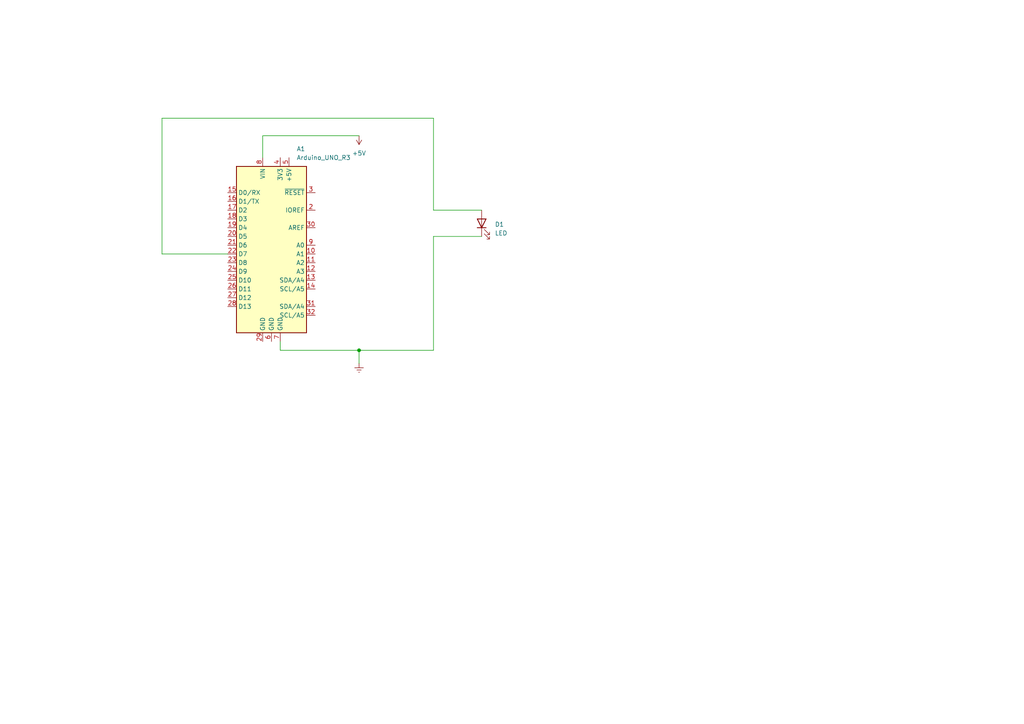
<source format=kicad_sch>
(kicad_sch (version 20230121) (generator eeschema)

  (uuid f8a80b44-4b22-4909-857b-8421f1707aaf)

  (paper "A4")

  (lib_symbols
    (symbol "Device:LED" (pin_numbers hide) (pin_names (offset 1.016) hide) (in_bom yes) (on_board yes)
      (property "Reference" "D" (at 0 2.54 0)
        (effects (font (size 1.27 1.27)))
      )
      (property "Value" "LED" (at 0 -2.54 0)
        (effects (font (size 1.27 1.27)))
      )
      (property "Footprint" "" (at 0 0 0)
        (effects (font (size 1.27 1.27)) hide)
      )
      (property "Datasheet" "~" (at 0 0 0)
        (effects (font (size 1.27 1.27)) hide)
      )
      (property "ki_keywords" "LED diode" (at 0 0 0)
        (effects (font (size 1.27 1.27)) hide)
      )
      (property "ki_description" "Light emitting diode" (at 0 0 0)
        (effects (font (size 1.27 1.27)) hide)
      )
      (property "ki_fp_filters" "LED* LED_SMD:* LED_THT:*" (at 0 0 0)
        (effects (font (size 1.27 1.27)) hide)
      )
      (symbol "LED_0_1"
        (polyline
          (pts
            (xy -1.27 -1.27)
            (xy -1.27 1.27)
          )
          (stroke (width 0.254) (type default))
          (fill (type none))
        )
        (polyline
          (pts
            (xy -1.27 0)
            (xy 1.27 0)
          )
          (stroke (width 0) (type default))
          (fill (type none))
        )
        (polyline
          (pts
            (xy 1.27 -1.27)
            (xy 1.27 1.27)
            (xy -1.27 0)
            (xy 1.27 -1.27)
          )
          (stroke (width 0.254) (type default))
          (fill (type none))
        )
        (polyline
          (pts
            (xy -3.048 -0.762)
            (xy -4.572 -2.286)
            (xy -3.81 -2.286)
            (xy -4.572 -2.286)
            (xy -4.572 -1.524)
          )
          (stroke (width 0) (type default))
          (fill (type none))
        )
        (polyline
          (pts
            (xy -1.778 -0.762)
            (xy -3.302 -2.286)
            (xy -2.54 -2.286)
            (xy -3.302 -2.286)
            (xy -3.302 -1.524)
          )
          (stroke (width 0) (type default))
          (fill (type none))
        )
      )
      (symbol "LED_1_1"
        (pin passive line (at -3.81 0 0) (length 2.54)
          (name "K" (effects (font (size 1.27 1.27))))
          (number "1" (effects (font (size 1.27 1.27))))
        )
        (pin passive line (at 3.81 0 180) (length 2.54)
          (name "A" (effects (font (size 1.27 1.27))))
          (number "2" (effects (font (size 1.27 1.27))))
        )
      )
    )
    (symbol "MCU_Module:Arduino_UNO_R3" (in_bom yes) (on_board yes)
      (property "Reference" "A" (at -10.16 23.495 0)
        (effects (font (size 1.27 1.27)) (justify left bottom))
      )
      (property "Value" "Arduino_UNO_R3" (at 5.08 -26.67 0)
        (effects (font (size 1.27 1.27)) (justify left top))
      )
      (property "Footprint" "Module:Arduino_UNO_R3" (at 0 0 0)
        (effects (font (size 1.27 1.27) italic) hide)
      )
      (property "Datasheet" "https://www.arduino.cc/en/Main/arduinoBoardUno" (at 0 0 0)
        (effects (font (size 1.27 1.27)) hide)
      )
      (property "ki_keywords" "Arduino UNO R3 Microcontroller Module Atmel AVR USB" (at 0 0 0)
        (effects (font (size 1.27 1.27)) hide)
      )
      (property "ki_description" "Arduino UNO Microcontroller Module, release 3" (at 0 0 0)
        (effects (font (size 1.27 1.27)) hide)
      )
      (property "ki_fp_filters" "Arduino*UNO*R3*" (at 0 0 0)
        (effects (font (size 1.27 1.27)) hide)
      )
      (symbol "Arduino_UNO_R3_0_1"
        (rectangle (start -10.16 22.86) (end 10.16 -25.4)
          (stroke (width 0.254) (type default))
          (fill (type background))
        )
      )
      (symbol "Arduino_UNO_R3_1_1"
        (pin no_connect line (at -10.16 -20.32 0) (length 2.54) hide
          (name "NC" (effects (font (size 1.27 1.27))))
          (number "1" (effects (font (size 1.27 1.27))))
        )
        (pin bidirectional line (at 12.7 -2.54 180) (length 2.54)
          (name "A1" (effects (font (size 1.27 1.27))))
          (number "10" (effects (font (size 1.27 1.27))))
        )
        (pin bidirectional line (at 12.7 -5.08 180) (length 2.54)
          (name "A2" (effects (font (size 1.27 1.27))))
          (number "11" (effects (font (size 1.27 1.27))))
        )
        (pin bidirectional line (at 12.7 -7.62 180) (length 2.54)
          (name "A3" (effects (font (size 1.27 1.27))))
          (number "12" (effects (font (size 1.27 1.27))))
        )
        (pin bidirectional line (at 12.7 -10.16 180) (length 2.54)
          (name "SDA/A4" (effects (font (size 1.27 1.27))))
          (number "13" (effects (font (size 1.27 1.27))))
        )
        (pin bidirectional line (at 12.7 -12.7 180) (length 2.54)
          (name "SCL/A5" (effects (font (size 1.27 1.27))))
          (number "14" (effects (font (size 1.27 1.27))))
        )
        (pin bidirectional line (at -12.7 15.24 0) (length 2.54)
          (name "D0/RX" (effects (font (size 1.27 1.27))))
          (number "15" (effects (font (size 1.27 1.27))))
        )
        (pin bidirectional line (at -12.7 12.7 0) (length 2.54)
          (name "D1/TX" (effects (font (size 1.27 1.27))))
          (number "16" (effects (font (size 1.27 1.27))))
        )
        (pin bidirectional line (at -12.7 10.16 0) (length 2.54)
          (name "D2" (effects (font (size 1.27 1.27))))
          (number "17" (effects (font (size 1.27 1.27))))
        )
        (pin bidirectional line (at -12.7 7.62 0) (length 2.54)
          (name "D3" (effects (font (size 1.27 1.27))))
          (number "18" (effects (font (size 1.27 1.27))))
        )
        (pin bidirectional line (at -12.7 5.08 0) (length 2.54)
          (name "D4" (effects (font (size 1.27 1.27))))
          (number "19" (effects (font (size 1.27 1.27))))
        )
        (pin output line (at 12.7 10.16 180) (length 2.54)
          (name "IOREF" (effects (font (size 1.27 1.27))))
          (number "2" (effects (font (size 1.27 1.27))))
        )
        (pin bidirectional line (at -12.7 2.54 0) (length 2.54)
          (name "D5" (effects (font (size 1.27 1.27))))
          (number "20" (effects (font (size 1.27 1.27))))
        )
        (pin bidirectional line (at -12.7 0 0) (length 2.54)
          (name "D6" (effects (font (size 1.27 1.27))))
          (number "21" (effects (font (size 1.27 1.27))))
        )
        (pin bidirectional line (at -12.7 -2.54 0) (length 2.54)
          (name "D7" (effects (font (size 1.27 1.27))))
          (number "22" (effects (font (size 1.27 1.27))))
        )
        (pin bidirectional line (at -12.7 -5.08 0) (length 2.54)
          (name "D8" (effects (font (size 1.27 1.27))))
          (number "23" (effects (font (size 1.27 1.27))))
        )
        (pin bidirectional line (at -12.7 -7.62 0) (length 2.54)
          (name "D9" (effects (font (size 1.27 1.27))))
          (number "24" (effects (font (size 1.27 1.27))))
        )
        (pin bidirectional line (at -12.7 -10.16 0) (length 2.54)
          (name "D10" (effects (font (size 1.27 1.27))))
          (number "25" (effects (font (size 1.27 1.27))))
        )
        (pin bidirectional line (at -12.7 -12.7 0) (length 2.54)
          (name "D11" (effects (font (size 1.27 1.27))))
          (number "26" (effects (font (size 1.27 1.27))))
        )
        (pin bidirectional line (at -12.7 -15.24 0) (length 2.54)
          (name "D12" (effects (font (size 1.27 1.27))))
          (number "27" (effects (font (size 1.27 1.27))))
        )
        (pin bidirectional line (at -12.7 -17.78 0) (length 2.54)
          (name "D13" (effects (font (size 1.27 1.27))))
          (number "28" (effects (font (size 1.27 1.27))))
        )
        (pin power_in line (at -2.54 -27.94 90) (length 2.54)
          (name "GND" (effects (font (size 1.27 1.27))))
          (number "29" (effects (font (size 1.27 1.27))))
        )
        (pin input line (at 12.7 15.24 180) (length 2.54)
          (name "~{RESET}" (effects (font (size 1.27 1.27))))
          (number "3" (effects (font (size 1.27 1.27))))
        )
        (pin input line (at 12.7 5.08 180) (length 2.54)
          (name "AREF" (effects (font (size 1.27 1.27))))
          (number "30" (effects (font (size 1.27 1.27))))
        )
        (pin bidirectional line (at 12.7 -17.78 180) (length 2.54)
          (name "SDA/A4" (effects (font (size 1.27 1.27))))
          (number "31" (effects (font (size 1.27 1.27))))
        )
        (pin bidirectional line (at 12.7 -20.32 180) (length 2.54)
          (name "SCL/A5" (effects (font (size 1.27 1.27))))
          (number "32" (effects (font (size 1.27 1.27))))
        )
        (pin power_out line (at 2.54 25.4 270) (length 2.54)
          (name "3V3" (effects (font (size 1.27 1.27))))
          (number "4" (effects (font (size 1.27 1.27))))
        )
        (pin power_out line (at 5.08 25.4 270) (length 2.54)
          (name "+5V" (effects (font (size 1.27 1.27))))
          (number "5" (effects (font (size 1.27 1.27))))
        )
        (pin power_in line (at 0 -27.94 90) (length 2.54)
          (name "GND" (effects (font (size 1.27 1.27))))
          (number "6" (effects (font (size 1.27 1.27))))
        )
        (pin power_in line (at 2.54 -27.94 90) (length 2.54)
          (name "GND" (effects (font (size 1.27 1.27))))
          (number "7" (effects (font (size 1.27 1.27))))
        )
        (pin power_in line (at -2.54 25.4 270) (length 2.54)
          (name "VIN" (effects (font (size 1.27 1.27))))
          (number "8" (effects (font (size 1.27 1.27))))
        )
        (pin bidirectional line (at 12.7 0 180) (length 2.54)
          (name "A0" (effects (font (size 1.27 1.27))))
          (number "9" (effects (font (size 1.27 1.27))))
        )
      )
    )
    (symbol "power:+5V" (power) (pin_names (offset 0)) (in_bom yes) (on_board yes)
      (property "Reference" "#PWR" (at 0 -3.81 0)
        (effects (font (size 1.27 1.27)) hide)
      )
      (property "Value" "+5V" (at 0 3.556 0)
        (effects (font (size 1.27 1.27)))
      )
      (property "Footprint" "" (at 0 0 0)
        (effects (font (size 1.27 1.27)) hide)
      )
      (property "Datasheet" "" (at 0 0 0)
        (effects (font (size 1.27 1.27)) hide)
      )
      (property "ki_keywords" "global power" (at 0 0 0)
        (effects (font (size 1.27 1.27)) hide)
      )
      (property "ki_description" "Power symbol creates a global label with name \"+5V\"" (at 0 0 0)
        (effects (font (size 1.27 1.27)) hide)
      )
      (symbol "+5V_0_1"
        (polyline
          (pts
            (xy -0.762 1.27)
            (xy 0 2.54)
          )
          (stroke (width 0) (type default))
          (fill (type none))
        )
        (polyline
          (pts
            (xy 0 0)
            (xy 0 2.54)
          )
          (stroke (width 0) (type default))
          (fill (type none))
        )
        (polyline
          (pts
            (xy 0 2.54)
            (xy 0.762 1.27)
          )
          (stroke (width 0) (type default))
          (fill (type none))
        )
      )
      (symbol "+5V_1_1"
        (pin power_in line (at 0 0 90) (length 0) hide
          (name "+5V" (effects (font (size 1.27 1.27))))
          (number "1" (effects (font (size 1.27 1.27))))
        )
      )
    )
    (symbol "power:Earth" (power) (pin_names (offset 0)) (in_bom yes) (on_board yes)
      (property "Reference" "#PWR" (at 0 -6.35 0)
        (effects (font (size 1.27 1.27)) hide)
      )
      (property "Value" "Earth" (at 0 -3.81 0)
        (effects (font (size 1.27 1.27)) hide)
      )
      (property "Footprint" "" (at 0 0 0)
        (effects (font (size 1.27 1.27)) hide)
      )
      (property "Datasheet" "~" (at 0 0 0)
        (effects (font (size 1.27 1.27)) hide)
      )
      (property "ki_keywords" "global ground gnd" (at 0 0 0)
        (effects (font (size 1.27 1.27)) hide)
      )
      (property "ki_description" "Power symbol creates a global label with name \"Earth\"" (at 0 0 0)
        (effects (font (size 1.27 1.27)) hide)
      )
      (symbol "Earth_0_1"
        (polyline
          (pts
            (xy -0.635 -1.905)
            (xy 0.635 -1.905)
          )
          (stroke (width 0) (type default))
          (fill (type none))
        )
        (polyline
          (pts
            (xy -0.127 -2.54)
            (xy 0.127 -2.54)
          )
          (stroke (width 0) (type default))
          (fill (type none))
        )
        (polyline
          (pts
            (xy 0 -1.27)
            (xy 0 0)
          )
          (stroke (width 0) (type default))
          (fill (type none))
        )
        (polyline
          (pts
            (xy 1.27 -1.27)
            (xy -1.27 -1.27)
          )
          (stroke (width 0) (type default))
          (fill (type none))
        )
      )
      (symbol "Earth_1_1"
        (pin power_in line (at 0 0 270) (length 0) hide
          (name "Earth" (effects (font (size 1.27 1.27))))
          (number "1" (effects (font (size 1.27 1.27))))
        )
      )
    )
  )

  (junction (at 104.14 101.6) (diameter 0) (color 0 0 0 0)
    (uuid a612ce2f-0955-46da-8712-caf1919cf3df)
  )

  (wire (pts (xy 66.04 73.66) (xy 46.99 73.66))
    (stroke (width 0) (type default))
    (uuid 1a1680b3-8e47-45bc-ad50-d35719ab6651)
  )
  (wire (pts (xy 104.14 101.6) (xy 104.14 105.41))
    (stroke (width 0) (type default))
    (uuid 260db3f5-fedc-4194-b2d4-ca755f89b967)
  )
  (wire (pts (xy 76.2 39.37) (xy 104.14 39.37))
    (stroke (width 0) (type default))
    (uuid 2e451ea8-a070-4682-ac5c-cd63009904ca)
  )
  (wire (pts (xy 46.99 73.66) (xy 46.99 34.29))
    (stroke (width 0) (type default))
    (uuid 37960092-2ca9-4022-ad69-3c43d2dfa019)
  )
  (wire (pts (xy 76.2 45.72) (xy 76.2 39.37))
    (stroke (width 0) (type default))
    (uuid 752c2dda-b2be-4b92-911c-faf277b5fdcd)
  )
  (wire (pts (xy 81.28 101.6) (xy 104.14 101.6))
    (stroke (width 0) (type default))
    (uuid 77dd81c0-8fc5-4407-9d73-31f28c14bc92)
  )
  (wire (pts (xy 46.99 34.29) (xy 125.73 34.29))
    (stroke (width 0) (type default))
    (uuid 79f89384-019f-4470-a9f7-ac693c0f3869)
  )
  (wire (pts (xy 104.14 101.6) (xy 125.73 101.6))
    (stroke (width 0) (type default))
    (uuid 80458ff1-092d-4429-a2e4-fdcd07277d97)
  )
  (wire (pts (xy 125.73 60.96) (xy 139.7 60.96))
    (stroke (width 0) (type default))
    (uuid b6262b3e-cca4-49d2-902a-3e257376866a)
  )
  (wire (pts (xy 81.28 99.06) (xy 81.28 101.6))
    (stroke (width 0) (type default))
    (uuid d1c0a552-cdfb-4cb3-8420-fe6869241373)
  )
  (wire (pts (xy 125.73 68.58) (xy 139.7 68.58))
    (stroke (width 0) (type default))
    (uuid e5f2e725-9f41-4f7e-bbca-228002931a12)
  )
  (wire (pts (xy 125.73 68.58) (xy 125.73 101.6))
    (stroke (width 0) (type default))
    (uuid e704f024-1987-41ab-97da-657531e6c75f)
  )
  (wire (pts (xy 125.73 34.29) (xy 125.73 60.96))
    (stroke (width 0) (type default))
    (uuid eab52020-7d57-4b5b-8d42-cdc88ab35f3b)
  )

  (symbol (lib_id "power:+5V") (at 104.14 39.37 180) (unit 1)
    (in_bom yes) (on_board yes) (dnp no) (fields_autoplaced)
    (uuid 08c0e7f0-3a48-4ff1-ae15-948caf09bfe0)
    (property "Reference" "#PWR02" (at 104.14 35.56 0)
      (effects (font (size 1.27 1.27)) hide)
    )
    (property "Value" "+5V" (at 104.14 44.45 0)
      (effects (font (size 1.27 1.27)))
    )
    (property "Footprint" "" (at 104.14 39.37 0)
      (effects (font (size 1.27 1.27)) hide)
    )
    (property "Datasheet" "" (at 104.14 39.37 0)
      (effects (font (size 1.27 1.27)) hide)
    )
    (pin "1" (uuid f96b0182-0ba5-4c31-a74d-fc0ef8309a95))
    (instances
      (project "Finger"
        (path "/f8a80b44-4b22-4909-857b-8421f1707aaf"
          (reference "#PWR02") (unit 1)
        )
      )
    )
  )

  (symbol (lib_id "power:Earth") (at 104.14 105.41 0) (unit 1)
    (in_bom yes) (on_board yes) (dnp no) (fields_autoplaced)
    (uuid 3b3267ea-dbfe-4756-9c96-b19e70e972b5)
    (property "Reference" "#PWR01" (at 104.14 111.76 0)
      (effects (font (size 1.27 1.27)) hide)
    )
    (property "Value" "Earth" (at 104.14 109.22 0)
      (effects (font (size 1.27 1.27)) hide)
    )
    (property "Footprint" "" (at 104.14 105.41 0)
      (effects (font (size 1.27 1.27)) hide)
    )
    (property "Datasheet" "~" (at 104.14 105.41 0)
      (effects (font (size 1.27 1.27)) hide)
    )
    (pin "1" (uuid 3339d083-27f9-41a3-8650-76500a98f0d6))
    (instances
      (project "Finger"
        (path "/f8a80b44-4b22-4909-857b-8421f1707aaf"
          (reference "#PWR01") (unit 1)
        )
      )
    )
  )

  (symbol (lib_id "Device:LED") (at 139.7 64.77 90) (unit 1)
    (in_bom yes) (on_board yes) (dnp no) (fields_autoplaced)
    (uuid 69056a27-2202-4361-bb60-2a82e4726442)
    (property "Reference" "D1" (at 143.51 65.0875 90)
      (effects (font (size 1.27 1.27)) (justify right))
    )
    (property "Value" "LED" (at 143.51 67.6275 90)
      (effects (font (size 1.27 1.27)) (justify right))
    )
    (property "Footprint" "" (at 139.7 64.77 0)
      (effects (font (size 1.27 1.27)) hide)
    )
    (property "Datasheet" "~" (at 139.7 64.77 0)
      (effects (font (size 1.27 1.27)) hide)
    )
    (pin "2" (uuid 9d7cd57f-ea96-4fe6-9083-8e1913227307))
    (pin "1" (uuid 33479cd6-3b00-41fc-9948-3df817f11c2a))
    (instances
      (project "Finger"
        (path "/f8a80b44-4b22-4909-857b-8421f1707aaf"
          (reference "D1") (unit 1)
        )
      )
    )
  )

  (symbol (lib_id "MCU_Module:Arduino_UNO_R3") (at 78.74 71.12 0) (unit 1)
    (in_bom yes) (on_board yes) (dnp no) (fields_autoplaced)
    (uuid 86d0236e-97d7-4905-abcf-c122ac5cb3df)
    (property "Reference" "A1" (at 86.0141 43.18 0)
      (effects (font (size 1.27 1.27)) (justify left))
    )
    (property "Value" "Arduino_UNO_R3" (at 86.0141 45.72 0)
      (effects (font (size 1.27 1.27)) (justify left))
    )
    (property "Footprint" "Module:Arduino_UNO_R3" (at 78.74 71.12 0)
      (effects (font (size 1.27 1.27) italic) hide)
    )
    (property "Datasheet" "https://www.arduino.cc/en/Main/arduinoBoardUno" (at 78.74 71.12 0)
      (effects (font (size 1.27 1.27)) hide)
    )
    (pin "14" (uuid 39920d58-d97e-4686-be93-d1d750fdacf3))
    (pin "2" (uuid bdbaaba6-c6d3-4336-beeb-cc351718ce61))
    (pin "11" (uuid cdd58df1-651f-4a89-b980-7d53cad7aa88))
    (pin "17" (uuid 53153ee4-f2a8-4f3f-9e61-51172a335d33))
    (pin "1" (uuid 7333d9ab-efee-42ca-9b49-07e558b49f50))
    (pin "32" (uuid 0ded8cdd-d7be-4326-99cc-750b882909e8))
    (pin "3" (uuid 027b7797-2e87-4d15-9933-0d119f3eb3ba))
    (pin "28" (uuid ebceb11b-7fec-418a-938d-f77f68b72bfd))
    (pin "21" (uuid cb27a83d-e390-4ed3-89d6-ed7a64fac3f2))
    (pin "12" (uuid 7c2dade4-5089-44e3-a4e1-ab4b01964ba3))
    (pin "7" (uuid d05e562d-77b6-47e5-84d5-406dac54c3f1))
    (pin "5" (uuid 7107f40e-7f91-4e79-ab1b-b0170e0ae51d))
    (pin "13" (uuid 73a79657-75b7-4720-b6cf-97af9142a5b2))
    (pin "20" (uuid 4be35748-8868-4d1d-b204-e51cc0767e48))
    (pin "29" (uuid 9d26e15c-306b-487e-8494-85e11825cee8))
    (pin "18" (uuid b2116b4f-51ad-4403-94b2-8f0c89f7ae5f))
    (pin "30" (uuid bd2664db-2e9f-4d08-84d4-910be544be10))
    (pin "4" (uuid e36e46c7-82bf-4fa6-aee6-3c20e03fa02d))
    (pin "31" (uuid 818aa2d8-c56f-449a-9757-fc06181b37fb))
    (pin "19" (uuid 1c94ecc4-d895-4527-92e8-57badbe5af7a))
    (pin "16" (uuid d671bf46-bfd8-41a2-95f5-43bf7545af4d))
    (pin "25" (uuid 6c3dc281-228a-4127-8954-4ca6f2a7edf9))
    (pin "10" (uuid 6915c6ba-99c6-4fb0-a12d-fb3f66cf0695))
    (pin "6" (uuid 40466d2a-2583-4ca6-a32a-dff872e6d25e))
    (pin "9" (uuid 97f59ad7-fb04-4f16-af3d-e3e11e07f4ea))
    (pin "26" (uuid adee89ae-fe9f-487b-8a1b-2744539cc1c6))
    (pin "23" (uuid f1a8d6ec-39c0-434f-9f01-27b395cb84bb))
    (pin "22" (uuid 296bb185-e316-41e2-b751-aba17b015f70))
    (pin "15" (uuid b0bd15b5-1475-4d7a-acea-d1273d955910))
    (pin "8" (uuid b1f9731d-aefd-4a77-8bcf-0f38f3c52178))
    (pin "27" (uuid 70125764-f234-4531-a83b-022f170b5f4b))
    (pin "24" (uuid 935bd6c1-1c0b-4279-bfcd-e6fccd3a0372))
    (instances
      (project "Finger"
        (path "/f8a80b44-4b22-4909-857b-8421f1707aaf"
          (reference "A1") (unit 1)
        )
      )
    )
  )

  (sheet_instances
    (path "/" (page "1"))
  )
)

</source>
